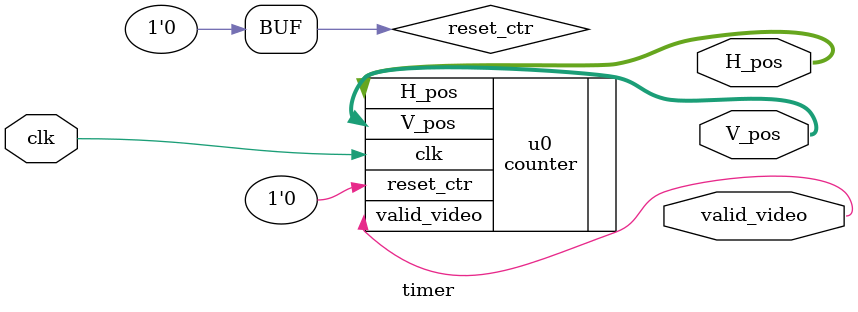
<source format=sv>

module timer (
    input logic clk,
    output logic [31:0] V_pos,
    output logic [31:0] H_pos,
    output logic valid_video
);

    logic reset_ctr  = 'b0;

    counter u0 ( .clk, .reset_ctr, .V_pos, .H_pos, .valid_video);


endmodule
</source>
